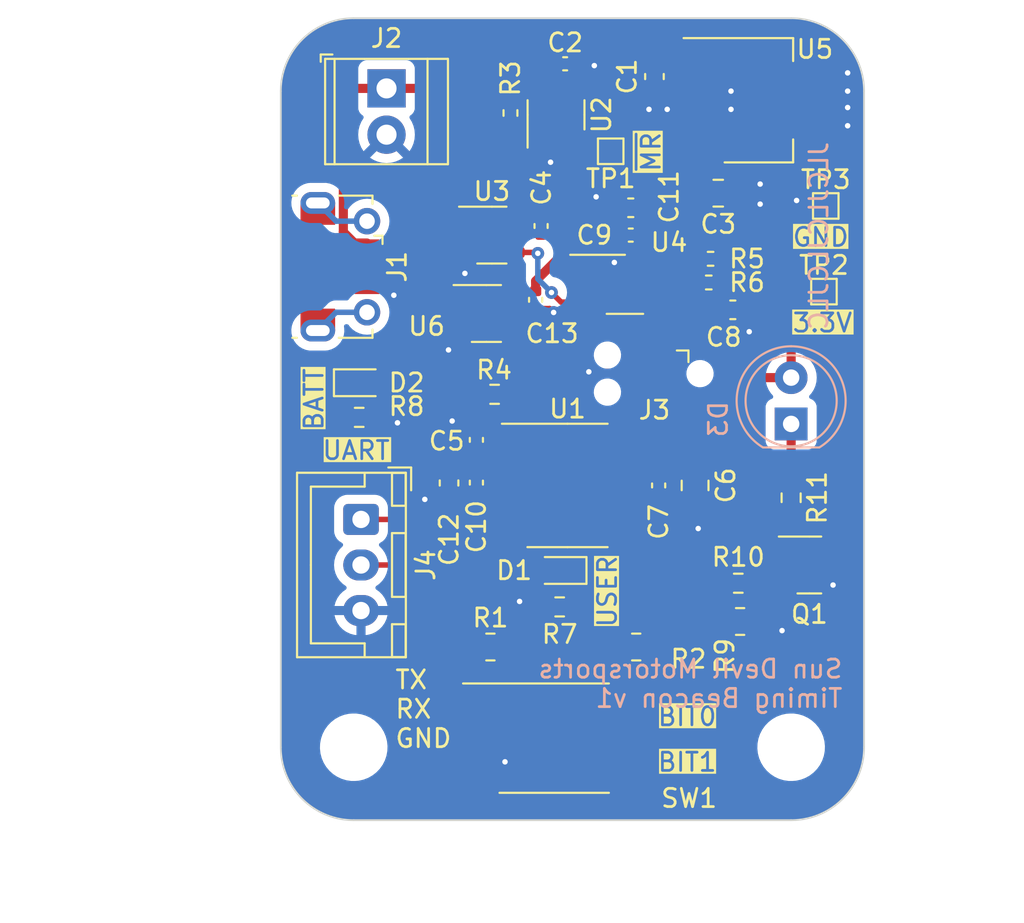
<source format=kicad_pcb>
(kicad_pcb (version 20221018) (generator pcbnew)
  (title_block (title "Lap Beacon") (date "2024-01-13") (rev "v1"))
  (layers (0 "F.Cu" signal) (31 "B.Cu" signal) (34 "B.Paste" user) (35 "F.Paste" user) (36 "B.SilkS" user "B.Silkscreen") (37 "F.SilkS" user "F.Silkscreen") (38 "B.Mask" user) (39 "F.Mask" user) (44 "Edge.Cuts" user))
  (net 0 "")
  (net 1 "Net-(D2-K)")
  (net 2 "+3.3V")
  (net 3 "/SWDIO")
  (net 4 "/NRST")
  (net 5 "/SWCLK")
  (net 6 "GND")
  (net 7 "/USART2_TX")
  (net 8 "/USART2_RX")
  (net 9 "Net-(Q1-D)")
  (net 10 "Net-(Q1-G)")
  (net 11 "/BIT1_SEL")
  (net 12 "/BIT0_SEL")
  (net 13 "/BOOT0")
  (net 16 "/USER_LED")
  (net 19 "/TIM22_CH2")
  (net 21 "+BATT")
  (net 22 "Net-(D1-K)")
  (net 26 "unconnected-(J1-Shield-Pad6)")
  (net 28 "/~{RESET}")
  (net 29 "Net-(U2-~{MR})")
  (net 32 "Net-(D3-K)")
  (net 34 "/TR")
  (net 35 "Net-(U4-DIS)")
  (net 36 "/Q")
  (net 37 "Net-(U4-R)")
  (net 39 "/BATT_LED")
  (footprint "Capacitor_SMD:C_0402_1005Metric" (layer "F.Cu") (at 151.2 104.9 180)
    (fp_text reference "C9")
    (fp_text value "100nF")
  )
  (footprint "Resistor_SMD:R_0603_1608Metric" (layer "F.Cu") (at 143.73 113.635 180)
    (fp_text reference "R4")
    (fp_text value "10k")
  )
  (footprint "MountingHole:MountingHole_3.2mm_M3" (layer "F.Cu") (at 136 133)
    (fp_text reference "H2" hide)
    (fp_text value "M3")
  )
  (footprint "Resistor_SMD:R_0603_1608Metric" (layer "F.Cu") (at 147.3 125.3 180)
    (fp_text reference "R7")
    (fp_text value "220")
  )
  (footprint "Library:2454985-3" (layer "F.Cu") (at 147 132.5 -90)
    (fp_text reference "SW1")
    (fp_text value "BIT_SEL" hide)
  )
  (footprint "Package_TO_SOT_SMD:SOT-23-5" (layer "F.Cu") (at 143.28 109.2)
    (fp_text reference "U6")
    (fp_text value "74AHC1G32")
  )
  (footprint "Package_SO:VSSOP-8_3.0x3.0mm_P0.65mm" (layer "F.Cu") (at 150.88 107.6)
    (fp_text reference "U4")
    (fp_text value "LMC555xMM")
  )
  (footprint "Connector:Tag-Connect_TC2030-IDC-NL_2x03_P1.27mm_Vertical" (layer "F.Cu") (at 152.46 112.5 180)
    (fp_text reference "J3")
    (fp_text value "TC2030-NL")
  )
  (footprint "Resistor_SMD:R_0805_2012Metric" (layer "F.Cu") (at 157.2 126.1 180)
    (fp_text reference "R9")
    (fp_text value "100k")
  )
  (footprint "Package_TO_SOT_SMD:SOT-23" (layer "F.Cu") (at 161 123)
    (fp_text reference "Q1")
    (fp_text value "IRLML6346TRPBF")
  )
  (footprint "Capacitor_SMD:C_0402_1005Metric" (layer "F.Cu") (at 147.6 95.5)
    (fp_text reference "C2")
    (fp_text value "100nF")
  )
  (footprint "Resistor_SMD:R_0603_1608Metric" (layer "F.Cu") (at 136.3 114.9)
    (fp_text reference "R8")
    (fp_text value "220")
  )
  (footprint "Resistor_SMD:R_0402_1005Metric" (layer "F.Cu") (at 155.48 107.5 180)
    (fp_text reference "R6")
    (fp_text value "10k")
  )
  (footprint "Package_TO_SOT_SMD:SOT-223-3_TabPin2" (layer "F.Cu") (at 158.2 97.5)
    (fp_text reference "U5")
    (fp_text value "MIC37100-3.3")
  )
  (footprint "MountingHole:MountingHole_3.2mm_M3" (layer "F.Cu") (at 160 133)
    (fp_text reference "H1" hide)
    (fp_text value "M3")
  )
  (footprint "LED_SMD:LED_0603_1608Metric" (layer "F.Cu") (at 147.285 123.3 180)
    (fp_text reference "D1")
    (fp_text value "RED")
  )
  (footprint "Capacitor_SMD:C_0402_1005Metric" (layer "F.Cu") (at 145.98 108.45 -90)
    (fp_text reference "C13")
    (fp_text value "100nF")
  )
  (footprint "Capacitor_SMD:C_0603_1608Metric" (layer "F.Cu") (at 156.8 109)
    (fp_text reference "C8")
    (fp_text value "20uF")
  )
  (footprint "Resistor_SMD:R_0603_1608Metric" (layer "F.Cu") (at 157.1 124)
    (fp_text reference "R10")
    (fp_text value "100")
  )
  (footprint "Package_SO:TSSOP-20_4.4x6.5mm_P0.65mm" (layer "F.Cu") (at 147.73 118.635)
    (fp_text reference "U1")
    (fp_text value "STM32L031F6P7")
  )
  (footprint "TestPoint:TestPoint_Pad_1.0x1.0mm" (layer "F.Cu") (at 161.9 103.3)
    (fp_text reference "TP3")
    (fp_text value "GND")
  )
  (footprint "Resistor_SMD:R_0603_1608Metric" (layer "F.Cu") (at 160 119.31 -90)
    (fp_text reference "R11")
    (fp_text value "24R / 250mW")
  )
  (footprint "Capacitor_SMD:C_0603_1608Metric" (layer "F.Cu") (at 141.23 118.5 -90)
    (fp_text reference "C12")
    (fp_text value "1uF")
  )
  (footprint "Capacitor_SMD:C_0603_1608Metric" (layer "F.Cu") (at 152.5 96.2 -90)
    (fp_text reference "C1")
    (fp_text value "1uF")
  )
  (footprint "Capacitor_SMD:C_0402_1005Metric" (layer "F.Cu") (at 152.73 118.635 -90)
    (fp_text reference "C7")
    (fp_text value "100nF")
  )
  (footprint "LED_SMD:LED_0603_1608Metric" (layer "F.Cu") (at 136.4 113)
    (fp_text reference "D2")
    (fp_text value "RED")
  )
  (footprint "Resistor_SMD:R_0402_1005Metric" (layer "F.Cu") (at 144.6 98.2 -90)
    (fp_text reference "R3")
    (fp_text value "10k")
  )
  (footprint "Capacitor_SMD:C_0402_1005Metric" (layer "F.Cu") (at 142.73 118.48 -90)
    (fp_text reference "C10")
    (fp_text value "100nF")
  )
  (footprint "TerminalBlock_TE-Connectivity:TerminalBlock_TE_282834-2_1x02_P2.54mm_Horizontal" (layer "F.Cu") (at 137.8 96.85 -90)
    (fp_text reference "J2")
    (fp_text value "BATTERY")
  )
  (footprint "Capacitor_SMD:C_0402_1005Metric" (layer "F.Cu") (at 146.28 104.4 -90)
    (fp_text reference "C4")
    (fp_text value "100nF")
  )
  (footprint "Resistor_SMD:R_0402_1005Metric" (layer "F.Cu") (at 155.58 106.2 180)
    (fp_text reference "R5")
    (fp_text value "10k")
  )
  (footprint "TestPoint:TestPoint_Pad_1.0x1.0mm" (layer "F.Cu") (at 150.1 100.3)
    (fp_text reference "TP1")
    (fp_text value "~{MR}")
  )
  (footprint "Capacitor_SMD:C_0402_1005Metric" (layer "F.Cu") (at 142.73 116.135 -90)
    (fp_text reference "C5")
    (fp_text value "100nF")
  )
  (footprint "Capacitor_SMD:C_0805_2012Metric" (layer "F.Cu") (at 154.73 118.635 -90)
    (fp_text reference "C6")
    (fp_text value "10uF")
  )
  (footprint "Capacitor_SMD:C_0603_1608Metric" (layer "F.Cu") (at 151.2 103.4 180)
    (fp_text reference "C11")
    (fp_text value "1uF")
  )
  (footprint "TestPoint:TestPoint_Pad_1.0x1.0mm" (layer "F.Cu") (at 161.8 108)
    (fp_text reference "TP2")
    (fp_text value "3.3V")
  )
  (footprint "Connector_JST:JST_XH_B3B-XH-A_1x03_P2.50mm_Vertical" (layer "F.Cu") (at 136.4 120.5 -90)
    (fp_text reference "J4")
    (fp_text value "UART")
  )
  (footprint "Capacitor_SMD:C_0805_2012Metric" (layer "F.Cu") (at 156 102.6)
    (fp_text reference "C3")
    (fp_text value "10uF")
  )
  (footprint "Resistor_SMD:R_0805_2012Metric" (layer "F.Cu") (at 151.5 127.5)
    (fp_text reference "R2")
    (fp_text value "10k")
  )
  (footprint "Resistor_SMD:R_0805_2012Metric" (layer "F.Cu") (at 143.5 127.5 180)
    (fp_text reference "R1")
    (fp_text value "10k")
  )
  (footprint "Package_TO_SOT_SMD:SOT-23-6" (layer "F.Cu") (at 147.1 98.3 90)
    (fp_text reference "U2")
    (fp_text value "TPS3808DBV")
  )
  (footprint "Package_TO_SOT_SMD:SOT-23-5" (layer "F.Cu") (at 143.58 104.9)
    (fp_text reference "U3")
    (fp_text value "SN74LVC1G14DBV")
  )
  (footprint "Connector_USB:USB_Micro-B_Molex-105017-0001" (layer "F.Cu") (at 135.2675 106.635 -90)
    (fp_text reference "J1")
    (fp_text value "USB")
  )
  (footprint "LED_THT:LED_D5.0mm_IRBlack" (layer "B.Cu") (at 160 115.26 90)
    (fp_text reference "D3")
    (fp_text value "TSAL6100")
  )
  (gr_arc (start 132 97) (mid 133.171573 94.171573) (end 136 93) (stroke (width 0.1)) (layer "Edge.Cuts"))
  (gr_line (start 132 133) (end 132 97) (stroke (width 0.1)) (layer "Edge.Cuts"))
  (gr_arc (start 136 137) (mid 133.171573 135.828427) (end 132 133) (stroke (width 0.1)) (layer "Edge.Cuts"))
  (gr_line (start 164 133) (end 164 97) (stroke (width 0.1)) (layer "Edge.Cuts"))
  (gr_line (start 160 93) (end 136 93) (stroke (width 0.1)) (layer "Edge.Cuts"))
  (gr_arc (start 160 93) (mid 162.828427 94.171573) (end 164 97) (stroke (width 0.1)) (layer "Edge.Cuts"))
  (gr_line (start 136 137) (end 160 137) (stroke (width 0.1)) (layer "Edge.Cuts"))
  (gr_arc (start 164 133) (mid 162.828427 135.828427) (end 160 137) (stroke (width 0.1)) (layer "Edge.Cuts"))
  (gr_text "Sun Devil Motorsports\nTiming Beacon v1" (at 162.9 130.9) (layer "B.SilkS") (effects (font (size 1 1)) (justify left bottom mirror)))
  (gr_text "JLCJLCJLCJLC" (at 162.1 99.7 90) (layer "B.SilkS") (effects (font (size 1 1)) (justify left bottom mirror)))
  (gr_text "UART" (at 134.2 117.3) (layer "F.SilkS" knockout) (effects (font (size 1 1)) (justify left bottom)))
  (gr_text "3.3V" (at 160 110.3) (layer "F.SilkS" knockout) (effects (font (size 1 1)) (justify left bottom)))
  (gr_text "BIT1\n" (at 152.6 134.4) (layer "F.SilkS" knockout) (effects (font (size 1 1)) (justify left bottom)))
  (gr_text "BATT" (at 134.4 115.7 90) (layer "F.SilkS" knockout) (effects (font (size 1 1)) (justify left bottom)))
  (gr_text "~{MR}" (at 152.9 101.5 90) (layer "F.SilkS" knockout) (effects (font (size 1 1)) (justify left bottom)))
  (gr_text "USER" (at 150.5 126.5 90) (layer "F.SilkS" knockout) (effects (font (size 1 1)) (justify left bottom)))
  (gr_text "TX\nRX\nGND" (at 138.2 133.1) (layer "F.SilkS") (effects (font (size 1 1)) (justify left bottom)))
  (gr_text "GND" (at 160 105.6) (layer "F.SilkS" knockout) (effects (font (size 1 1)) (justify left bottom)))
  (gr_text "BIT0" (at 152.6 131.9) (layer "F.SilkS" knockout) (effects (font (size 1 1)) (justify left bottom)))
  (segment (start 135.6125 113.7875) (end 135.475 113.925) (width 0.3) (layer "F.Cu") (net 1))
  (segment (start 135.6125 113) (end 135.6125 113.7875) (width 0.3) (layer "F.Cu") (net 1))
  (segment (start 135.475 113.925) (end 135.475 114.9) (width 0.3) (layer "F.Cu") (net 1))
  (segment (start 151.59 118.31) (end 151.745 118.155) (width 0.3) (layer "F.Cu") (net 2))
  (segment (start 142 118) (end 142.73 118) (width 0.5) (layer "F.Cu") (net 2))
  (segment (start 144.8675 118.31) (end 143.71 118.31) (width 0.3) (layer "F.Cu") (net 2))
  (segment (start 144.4125 127.5) (end 144.6125 127.7) (width 0.5) (layer "F.Cu") (net 2))
  (segment (start 150.5925 118.31) (end 151.59 118.31) (width 0.3) (layer "F.Cu") (net 2))
  (segment (start 141.23 117.725) (end 141.725 117.725) (width 0.5) (layer "F.Cu") (net 2))
  (segment (start 159 110.7) (end 160 110.7) (width 0.5) (layer "F.Cu") (net 2))
  (segment (start 161.8 108) (end 160 108) (width 0.5) (layer "F.Cu") (net 2))
  (segment (start 148.5 118.31) (end 150.5925 118.31) (width 0.3) (layer "F.Cu") (net 2))
  (segment (start 143.4 118) (end 142.73 118) (width 0.3) (layer "F.Cu") (net 2))
  (segment (start 144.8675 118.31) (end 147.7 118.31) (width 0.3) (layer "F.Cu") (net 2))
  (segment (start 150.5875 125.5875) (end 150.5875 127.5) (width 0.3) (layer "F.Cu") (net 2))
  (segment (start 160 107.6) (end 160 108) (width 0.5) (layer "F.Cu") (net 2))
  (segment (start 154.73 117.685) (end 154.73 115.67) (width 0.5) (layer "F.Cu") (net 2))
  (segment (start 141.725 117.725) (end 142 118) (width 0.5) (layer "F.Cu") (net 2))
  (segment (start 155.4 104.4) (end 156.8 104.4) (width 0.5) (layer "F.Cu") (net 2))
  (segment (start 158.3 112.72) (end 160 112.72) (width 0.5) (layer "F.Cu") (net 2))
  (segment (start 151.745 118.155) (end 152.73 118.155) (width 0.3) (layer "F.Cu") (net 2))
  (segment (start 147.7 118.31) (end 148.5 118.31) (width 0.3) (layer "F.Cu") (net 2))
  (segment (start 154.015 117.685) (end 153.545 118.155) (width 0.5) (layer "F.Cu") (net 2))
  (segment (start 144.6125 127.7) (end 147.7 127.7) (width 0.5) (layer "F.Cu") (net 2))
  (segment (start 157.68 112.72) (end 158.3 112.72) (width 0.5) (layer "F.Cu") (net 2))
  (segment (start 150.3875 127.7) (end 150.5875 127.5) (width 0.5) (layer "F.Cu") (net 2))
  (segment (start 154.095 111.5) (end 158.2 111.5) (width 0.5) (layer "F.Cu") (net 2))
  (segment (start 155.05 102.6) (end 155.05 104.05) (width 0.5) (layer "F.Cu") (net 2))
  (segment (start 160 110.7) (end 160 112.72) (width 0.5) (layer "F.Cu") (net 2))
  (segment (start 155.05 104.05) (end 155.4 104.4) (width 0.5) (layer "F.Cu") (net 2))
  (segment (start 149.7 122.8) (end 149.7 124.7) (width 0.3) (layer "F.Cu") (net 2))
  (segment (start 154.73 117.685) (end 154.015 117.685) (width 0.5) (layer "F.Cu") (net 2))
  (segment (start 153.73 111.865) (end 154.095 111.5) (width 0.5) (layer "F.Cu") (net 2))
  (segment (start 148.8 118.31) (end 148.8 121.9) (width 0.3) (layer "F.Cu") (net 2))
  (segment (start 149.7 124.7) (end 150.5875 125.5875) (width 0.3) (layer "F.Cu") (net 2))
  (segment (start 148.8 121.9) (end 149.7 122.8) (width 0.3) (layer "F.Cu") (net 2))
  (segment (start 154.73 115.67) (end 157.68 112.72) (width 0.5) (layer "F.Cu") (net 2))
  (segment (start 153.545 118.155) (end 152.73 118.155) (width 0.5) (layer "F.Cu") (net 2))
  (segment (start 160 108) (end 160 110.7) (width 0.5) (layer "F.Cu") (net 2))
  (segment (start 156.8 104.4) (end 160 107.6) (width 0.5) (layer "F.Cu") (net 2))
  (segment (start 143.71 118.31) (end 143.4 118) (width 0.3) (layer "F.Cu") (net 2))
  (segment (start 147.7 127.7) (end 150.3875 127.7) (width 0.5) (layer "F.Cu") (net 2))
  (segment (start 158.2 111.5) (end 159 110.7) (width 0.5) (layer "F.Cu") (net 2))
  (segment (start 153.73 113.135) (end 153.73 115.07) (width 0.3) (layer "F.Cu") (net 3))
  (segment (start 152.44 116.36) (end 150.5925 116.36) (width 0.3) (layer "F.Cu") (net 3))
  (segment (start 153.73 115.07) (end 152.44 116.36) (width 0.3) (layer "F.Cu") (net 3))
  (segment (start 146.5 114.2) (end 146.5 117.1) (width 0.3) (layer "F.Cu") (net 4))
  (segment (start 143.86 117.66) (end 142.815 116.615) (width 0.3) (layer "F.Cu") (net 4))
  (segment (start 145.94 117.66) (end 144.8675 117.66) (width 0.3) (layer "F.Cu") (net 4))
  (segment (start 149.3 110.5) (end 146.5 113.3) (width 0.3) (layer "F.Cu") (net 4))
  (segment (start 146.5 113.3) (end 146.5 114.2) (width 0.3) (layer "F.Cu") (net 4))
  (segment (start 146.5 117.1) (end 145.94 117.66) (width 0.3) (layer "F.Cu") (net 4))
  (segment (start 151.095 110.5) (end 149.3 110.5) (width 0.3) (layer "F.Cu") (net 4))
  (segment (start 152.46 111.865) (end 151.095 110.5) (width 0.3) (layer "F.Cu") (net 4))
  (segment (start 142.815 116.615) (end 142.73 116.615) (width 0.3) (layer "F.Cu") (net 4))
  (segment (start 144.8675 117.66) (end 143.86 117.66) (width 0.3) (layer "F.Cu") (net 4))
  (segment (start 150.5925 115.71) (end 151.49 115.71) (width 0.3) (layer "F.Cu") (net 5))
  (segment (start 151.49 115.71) (end 152.46 114.74) (width 0.3) (layer "F.Cu") (net 5))
  (segment (start 152.46 114.74) (end 152.46 113.135) (width 0.3) (layer "F.Cu") (net 5))
  (segment (start 146.28 104.88) (end 144.22 104.88) (width 0.3) (layer "F.Cu") (net 6))
  (segment (start 150.5925 118.96) (end 151.76 118.96) (width 0.3) (layer "F.Cu") (net 6))
  (segment (start 146.475 125.3) (end 145.4 125.3) (width 0.5) (layer "F.Cu") (net 6))
  (segment (start 142.73 114.97) (end 142.8175 114.8825) (width 0.5) (layer "F.Cu") (net 6))
  (segment (start 151.19 111.865) (end 150.5757 112.4793) (width 0.5) (layer "F.Cu") (net 6))
  (segment (start 149.9 103.4) (end 149.3 102.8) (width 0.5) (layer "F.Cu") (net 6))
  (segment (start 154.73 120.83) (end 154.9 121) (width 0.5) (layer "F.Cu") (net 6))
  (segment (start 153.685 119.585) (end 154.73 119.585) (width 0.5) (layer "F.Cu") (net 6))
  (segment (start 150.425 103.4) (end 150.425 104.025) (width 0.5) (layer "F.Cu") (net 6))
  (segment (start 148.68 106.625) (end 150.075 106.625) (width 0.3) (layer "F.Cu") (net 6))
  (segment (start 148.9793 112.4793) (end 148.9 112.4) (width 0.5) (layer "F.Cu") (net 6))
  (segment (start 150.425 104.025) (end 150.72 104.32) (width 0.5) (layer "F.Cu") (net 6))
  (segment (start 142.55 133.77) (end 144.27 133.77) (width 0.5) (layer "F.Cu") (net 6))
  (segment (start 136.73 107.935) (end 137.935 107.935) (width 0.3) (layer "F.Cu") (net 6))
  (segment (start 137.935 107.935) (end 138.2 108.2) (width 0.3) (layer "F.Cu") (net 6))
  (segment (start 142.55 133.77) (end 142.55 131.23) (width 0.5) (layer "F.Cu") (net 6))
  (segment (start 157.575 110.075) (end 157.7 110.2) (width 0.5) (layer "F.Cu") (net 6))
  (segment (start 159 126.1) (end 159.5 126.6) (width 0.3) (layer "F.Cu") (net 6))
  (segment (start 145.98 108.93) (end 146.754217 108.93) (width 0.3) (layer "F.Cu") (net 6))
  (segment (start 142.14 118.96) (end 142.73 118.96) (width 0.5) (layer "F.Cu") (net 6))
  (segment (start 149.1 95.5) (end 149.2 95.6) (width 0.5) (layer "F.Cu") (net 6))
  (segment (start 142.1425 110.15) (end 142.1425 110.2575) (width 0.5) (layer "F.Cu") (net 6))
  (segment (start 161.9375 123) (end 161.9375 123.7375) (width 0.5) (layer "F.Cu") (net 6))
  (segment (start 150.425 103.4) (end 149.9 103.4) (width 0.5) (layer "F.Cu") (net 6))
  (segment (start 158.1125 126.1) (end 159 126.1) (width 0.3) (layer "F.Cu") (net 6))
  (segment (start 142.1425 110.2575) (end 141.2 111.2) (width 0.5) (layer "F.Cu") (net 6))
  (segment (start 137.125 114.9) (end 138.1 114.9) (width 0.5) (layer "F.Cu") (net 6))
  (segment (start 141.955 115.655) (end 141.4 115.1) (width 0.5) (layer "F.Cu") (net 6))
  (segment (start 151.915 119.115) (end 152.73 119.115) (width 0.3) (layer "F.Cu") (net 6))
  (segment (start 147.1 99.4375) (end 147.1 100.6) (width 0.5) (layer "F.Cu") (net 6))
  (segment (start 157.575 109) (end 157.575 110.075) (width 0.5) (layer "F.Cu") (net 6))
  (segment (start 150.075 106.625) (end 150.3 106.4) (width 0.3) (layer "F.Cu") (net 6))
  (segment (start 151.76 118.96) (end 151.915 119.115) (width 0.3) (layer "F.Cu") (net 6))
  (segment (start 152.73 119.115) (end 153.215 119.115) (width 0.5) (layer "F.Cu") (net 6))
  (segment (start 141.825 119.275) (end 142.14 118.96) (width 0.5) (layer "F.Cu") (net 6))
  (segment (start 140.025 119.275) (end 139.9 119.4) (width 0.5) (layer "F.Cu") (net 6))
  (segment (start 141.23 119.275) (end 141.825 119.275) (width 0.5) (layer "F.Cu") (net 6))
  (segment (start 142.73 115.655) (end 141.955 115.655) (width 0.5) (layer "F.Cu") (net 6))
  (segment (start 142.4425 106.6575) (end 142.1 107) (width 0.5) (layer "F.Cu") (net 6))
  (segment (start 144.22 104.88) (end 143.25 105.85) (width 0.3) (layer "F.Cu") (net 6))
  (segment (start 160.6 103.3) (end 160.3 103) (width 0.5) (layer "F.Cu") (net 6))
  (segment (start 138.1 114.9) (end 138.4 115.2) (width 0.5) (layer "F.Cu") (net 6))
  (segment (start 153.215 119.115) (end 153.685 119.585) (width 0.5) (layer "F.Cu") (net 6))
  (segment (start 147.1 100.6) (end 146.8 100.9) (width 0.5) (layer "F.Cu") (net 6))
  (segment (start 148.08 95.5) (end 149.1 95.5) (width 0.5) (layer "F.Cu") (net 6))
  (segment (start 141.23 119.275) (end 140.025 119.275) (width 0.5) (layer "F.Cu") (net 6))
  (segment (start 150.5757 112.4793) (end 148.9793 112.4793) (width 0.5) (layer "F.Cu") (net 6))
  (segment (start 142.8175 114.8825) (end 142.8175 113.635) (width 0.5) (layer "F.Cu") (net 6))
  (segment (start 150.72 104.32) (end 150.72 104.9) (width 0.5) (layer "F.Cu") (net 6))
  (segment (start 144.27 133.77) (end 144.3 133.8) (width 0.5) (layer "F.Cu") (net 6))
  (segment (start 146.754217 108.93) (end 146.968424 109.144207) (width 0.3) (layer "F.Cu") (net 6))
  (segment (start 142.73 115.655) (end 142.73 114.97) (width 0.5) (layer "F.Cu") (net 6))
  (segment (start 161.9 103.3) (end 160.6 103.3) (width 0.5) (layer "F.Cu") (net 6))
  (segment (start 154.73 119.585) (end 154.73 120.83) (width 0.5) (layer "F.Cu") (net 6))
  (segment (start 142.4425 105.85) (end 142.4425 106.6575) (width 0.5) (layer "F.Cu") (net 6))
  (segment (start 145.4 125.3) (end 145.1 125) (width 0.5) (layer "F.Cu") (net 6))
  (segment (start 143.25 105.85) (end 142.4425 105.85) (width 0.3) (layer "F.Cu") (net 6))
  (segment (start 161.9375 123.7375) (end 162.3 124.1) (width 0.5) (layer "F.Cu") (net 6))
  (via (at 163.1 97) (size 0.7) (drill 0.3) (layers "F.Cu" "B.Cu") (net 6))
  (via (at 144.3 133.8) (size 0.7) (drill 0.3) (layers "F.Cu" "B.Cu") (net 6))
  (via (at 158.3 103.2) (size 0.7) (drill 0.3) (layers "F.Cu" "B.Cu") (net 6))
  (via (at 162.3 124.1) (size 0.7) (drill 0.3) (layers "F.Cu" "B.Cu") (net 6))
  (via (at 163.1 97.9) (size 0.7) (drill 0.3) (layers "F.Cu" "B.Cu") (net 6))
  (via (at 159.5 126.6) (size 0.7) (drill 0.3) (layers "F.Cu" "B.Cu") (net 6))
  (via (at 148.9 112.4) (size 0.7) (drill 0.3) (layers "F.Cu" "B.Cu") (net 6))
  (via (at 150.3 106.4) (size 0.7) (drill 0.3) (layers "F.Cu" "B.Cu") (net 6))
  (via (at 156.7 98) (size 0.7) (drill 0.3) (layers "F.Cu" "B.Cu") (net 6))
  (via (at 146.8 100.9) (size 0.7) (drill 0.3) (layers "F.Cu" "B.Cu") (net 6))
  (via (at 157.7 110.2) (size 0.7) (drill 0.3) (layers "F.Cu" "B.Cu") (net 6))
  (via (at 149.3 102.8) (size 0.7) (drill 0.3) (layers "F.Cu" "B.Cu") (net 6))
  (via (at 146.968424 109.144207) (size 0.7) (drill 0.3) (layers "F.Cu" "B.Cu") (net 6))
  (via (at 142.1 107) (size 0.7) (drill 0.3) (layers "F.Cu" "B.Cu") (net 6))
  (via (at 153.2 98) (size 0.7) (drill 0.3) (layers "F.Cu" "B.Cu") (net 6))
  (via (at 154.9 121) (size 0.7) (drill 0.3) (layers "F.Cu" "B.Cu") (net 6))
  (via (at 141.2 111.2) (size 0.7) (drill 0.3) (layers "F.Cu" "B.Cu") (net 6))
  (via (at 163.1 96) (size 0.7) (drill 0.3) (layers "F.Cu" "B.Cu") (net 6))
  (via (at 158.3 102.1) (size 0.7) (drill 0.3) (layers "F.Cu" "B.Cu") (net 6))
  (via (at 156.7 97) (size 0.7) (drill 0.3) (layers "F.Cu" "B.Cu") (net 6))
  (via (at 163.1 98.9) (size 0.7) (drill 0.3) (layers "F.Cu" "B.Cu") (net 6))
  (via (at 149.2 95.6) (size 0.7) (drill 0.3) (layers "F.Cu" "B.Cu") (net 6))
  (via (at 141.4 115.1) (size 0.7) (drill 0.3) (layers "F.Cu" "B.Cu") (net 6))
  (via (at 138.4 115.2) (size 0.7) (drill 0.3) (layers "F.Cu" "B.Cu") (net 6))
  (via (at 160.3 103) (size 0.7) (drill 0.3) (layers "F.Cu" "B.Cu") (net 6))
  (via (at 139.9 119.4) (size 0.7) (drill 0.3) (layers "F.Cu" "B.Cu") (net 6))
  (via (at 145.1 125) (size 0.7) (drill 0.3) (layers "F.Cu" "B.Cu") (net 6))
  (via (at 138.2 108.2) (size 0.7) (drill 0.3) (layers "F.Cu" "B.Cu") (net 6))
  (via (at 152.2 98) (size 0.7) (drill 0.3) (layers "F.Cu" "B.Cu") (net 6))
  (segment (start 139.84 120.26) (end 139.6 120.5) (width 0.3) (layer "F.Cu") (net 7))
  (segment (start 144.8675 120.26) (end 139.84 120.26) (width 0.3) (layer "F.Cu") (net 7))
  (segment (start 139.6 120.5) (end 136.4 120.5) (width 0.3) (layer "F.Cu") (net 7))
  (segment (start 141.5 123) (end 136.4 123) (width 0.3) (layer "F.Cu") (net 8))
  (segment (start 143.59 120.91) (end 141.5 123) (width 0.3) (layer "F.Cu") (net 8))
  (segment (start 144.8675 120.91) (end 143.59 120.91) (width 0.3) (layer "F.Cu") (net 8))
  (segment (start 160 120.135) (end 160 121.9875) (width 0.5) (layer "F.Cu") (net 9))
  (segment (start 160 121.9875) (end 160.0625 122.05) (width 0.5) (layer "F.Cu") (net 9))
  (segment (start 157.925 124) (end 160.0125 124) (width 0.3) (layer "F.Cu") (net 10))
  (segment (start 160.0125 124) (end 160.0625 123.95) (width 0.3) (layer "F.Cu") (net 10))
  (segment (start 152.4125 124.8125) (end 152.4125 127.5) (width 0.3) (layer "F.Cu") (net 11))
  (segment (start 152.93 133.77) (end 151.45 133.77) (width 0.3) (layer "F.Cu") (net 11))
  (segment (start 150.5925 122.9925) (end 152.4125 124.8125) (width 0.3) (layer "F.Cu") (net 11))
  (segment (start 153.5 133.2) (end 152.93 133.77) (width 0.3) (layer "F.Cu") (net 11))
  (segment (start 150.5925 121.56) (end 150.5925 122.9925) (width 0.3) (layer "F.Cu") (net 11))
  (segment (start 152.4125 127.5) (end 152.4125 128.4125) (width 0.3) (layer "F.Cu") (net 11))
  (segment (start 153.5 129.5) (end 153.5 133.2) (width 0.3) (layer "F.Cu") (net 11))
  (segment (start 152.4125 128.4125) (end 153.5 129.5) (width 0.3) (layer "F.Cu") (net 11))
  (segment (start 143.7 129.9) (end 146.1 129.9) (width 0.3) (layer "F.Cu") (net 12))
  (segment (start 144.8675 121.56) (end 144.8675 123.1325) (width 0.3) (layer "F.Cu") (net 12))
  (segment (start 142.5875 125.4125) (end 142.5875 127.5) (width 0.3) (layer "F.Cu") (net 12))
  (segment (start 147.43 131.23) (end 151.45 131.23) (width 0.3) (layer "F.Cu") (net 12))
  (segment (start 144.8675 123.1325) (end 142.5875 125.4125) (width 0.3) (layer "F.Cu") (net 12))
  (segment (start 142.5875 127.5) (end 142.5875 128.7875) (width 0.3) (layer "F.Cu") (net 12))
  (segment (start 142.5875 128.7875) (end 143.7 129.9) (width 0.3) (layer "F.Cu") (net 12))
  (segment (start 146.1 129.9) (end 147.43 131.23) (width 0.3) (layer "F.Cu") (net 12))
  (segment (start 144.8675 115.1675) (end 144.6425 114.9425) (width 0.3) (layer "F.Cu") (net 13))
  (segment (start 144.6425 114.9425) (end 144.6425 113.635) (width 0.3) (layer "F.Cu") (net 13))
  (segment (start 144.8675 115.71) (end 144.8675 115.1675) (width 0.3) (layer "F.Cu") (net 13))
  (segment (start 146.4975 123.3) (end 146.4975 119.6975) (width 0.3) (layer "F.Cu") (net 16))
  (segment (start 145.76 118.96) (end 144.8675 118.96) (width 0.3) (layer "F.Cu") (net 16))
  (segment (start 146.4975 119.6975) (end 145.76 118.96) (width 0.3) (layer "F.Cu") (net 16))
  (segment (start 156.275 124) (end 156.275 126.0875) (width 0.3) (layer "F.Cu") (net 19))
  (segment (start 150.5925 120.26) (end 152.06 120.26) (width 0.3) (layer "F.Cu") (net 19))
  (segment (start 152.06 120.26) (end 155.8 124) (width 0.3) (layer "F.Cu") (net 19))
  (segment (start 155.8 124) (end 156.275 124) (width 0.3) (layer "F.Cu") (net 19))
  (segment (start 156.275 126.0875) (end 156.2875 126.1) (width 0.3) (layer "F.Cu") (net 19))
  (segment (start 151.1 98.5) (end 151.975 99.375) (width 0.5) (layer "F.Cu") (net 21))
  (segment (start 146.28 103.92) (end 147.02 103.92) (width 0.5) (layer "F.Cu") (net 21))
  (segment (start 153.08 106.625) (end 152.125 106.625) (width 0.3) (layer "F.Cu") (net 21))
  (segment (start 144.6 97.69) (end 144.81 97.69) (width 0.5) (layer "F.Cu") (net 21))
  (segment (start 151.68 106.18) (end 151.68 104.9) (width 0.3) (layer "F.Cu") (net 21))
  (segment (start 144.4175 108.25) (end 145.05 108.25) (width 0.3) (layer "F.Cu") (net 21))
  (segment (start 147.12 95.5) (end 147.12 94.78) (width 0.5) (layer "F.Cu") (net 21))
  (segment (start 151.68 104.22) (end 151.68 104.9) (width 0.5) (layer "F.Cu") (net 21))
  (segment (start 136.05 96.85) (end 137.8 96.85) (width 0.5) (layer "F.Cu") (net 21))
  (segment (start 141.05 96.85) (end 141.89 97.69) (width 0.5) (layer "F.Cu") (net 21))
  (segment (start 147.1 101.9) (end 146.28 102.72) (width 0.5) (layer "F.Cu") (net 21))
  (segment (start 147.1 95.52) (end 147.12 95.5) (width 0.5) (layer "F.Cu") (net 21))
  (segment (start 145.3375 97.1625) (end 146.15 97.1625) (width 0.5) (layer "F.Cu") (net 21))
  (segment (start 145.05 108.25) (end 145.33 107.97) (width 0.3) (layer "F.Cu") (net 21))
  (segment (start 147.4 106) (end 145.98 107.42) (width 0.5) (layer "F.Cu") (net 21))
  (segment (start 154.4 106.2) (end 155.07 106.2) (width 0.3) (layer "F.Cu") (net 21))
  (segment (start 151.975 99.375) (end 151.975 101.9) (width 0.5) (layer "F.Cu") (net 21))
  (segment (start 141.89 97.69) (end 144.6 97.69) (width 0.5) (layer "F.Cu") (net 21))
  (segment (start 146.15 97.1625) (end 147.1 97.1625) (width 0.5) (layer "F.Cu") (net 21))
  (segment (start 136.73 105.335) (end 136.035 105.335) (width 0.5) (layer "F.Cu") (net 21))
  (segment (start 135.43 97.47) (end 136.05 96.85) (width 0.5) (layer "F.Cu") (net 21))
  (segment (start 146.28 102.72) (end 146.28 103.92) (width 0.5) (layer "F.Cu") (net 21))
  (segment (start 150.825 95.425) (end 151.1 95.425) (width 0.5) (layer "F.Cu") (net 21))
  (segment (start 147.02 103.92) (end 147.4 104.3) (width 0.5) (layer "F.Cu") (net 21))
  (segment (start 144.81 97.69) (end 145.3375 97.1625) (width 0.5) (layer "F.Cu") (net 21))
  (segment (start 151.975 103.4) (end 151.975 103.925) (width 0.5) (layer "F.Cu") (net 21))
  (segment (start 151.975 101.9) (end 147.1 101.9) (width 0.5) (layer "F.Cu") (net 21))
  (segment (start 144.7175 103.95) (end 146.25 103.95) (width 0.5) (layer "F.Cu") (net 21))
  (segment (start 146.25 103.95) (end 146.28 103.92) (width 0.5) (layer "F.Cu") (net 21))
  (segment (start 147.1 97.1625) (end 147.1 95.52) (width 0.5) (layer "F.Cu") (net 21))
  (segment (start 137.8 96.85) (end 141.05 96.85) (width 0.5) (layer "F.Cu") (net 21))
  (segment (start 151.975 101.9) (end 151.975 103.4) (width 0.5) (layer "F.Cu") (net 21))
  (segment (start 151.1 95.425) (end 151.1 98.5) (width 0.5) (layer "F.Cu") (net 21))
  (segment (start 152.125 106.625) (end 151.68 106.18) (width 0.3) (layer "F.Cu") (net 21))
  (segment (start 145.33 107.97) (end 145.98 107.97) (width 0.3) (layer "F.Cu") (net 21))
  (segment (start 151.975 103.925) (end 151.68 104.22) (width 0.5) (layer "F.Cu") (net 21))
  (segment (start 149.8 94.4) (end 150.825 95.425) (width 0.5) (layer "F.Cu") (net 21))
  (segment (start 147.4 104.3) (end 147.4 106) (width 0.5) (layer "F.Cu") (net 21))
  (segment (start 135.43 104.73) (end 135.43 97.47) (width 0.5) (layer "F.Cu") (net 21))
  (segment (start 147.12 94.78) (end 147.5 94.4) (width 0.5) (layer "F.Cu") (net 21))
  (segment (start 147.5 94.4) (end 149.8 94.4) (width 0.5) (layer "F.Cu") (net 21))
  (segment (start 136.035 105.335) (end 135.43 104.73) (width 0.5) (layer "F.Cu") (net 21))
  (segment (start 153.08 106.625) (end 153.975 106.625) (width 0.3) (layer "F.Cu") (net 21))
  (segment (start 145.98 107.42) (end 145.98 107.97) (width 0.5) (layer "F.Cu") (net 21))
  (segment (start 153.975 106.625) (end 154.4 106.2) (width 0.3) (layer "F.Cu") (net 21))
  (segment (start 151.1 95.425) (end 152.5 95.425) (width 0.5) (layer "F.Cu") (net 21))
  (segment (start 148.125 125.3) (end 148.125 123.3525) (width 0.3) (layer "F.Cu") (net 22))
  (segment (start 148.125 123.3525) (end 148.0725 123.3) (width 0.3) (layer "F.Cu") (net 22))
  (segment (start 134.03 107.635) (end 134.03 109.535) (width 0.3) (layer "F.Cu") (net 26))
  (segment (start 134.03 105.635) (end 134.03 107.635) (width 0.3) (layer "F.Cu") (net 26))
  (segment (start 134.03 103.735) (end 134.03 105.635) (width 0.3) (layer "F.Cu") (net 26))
  (segment (start 135.03 109.135) (end 134.03 110.135) (width 0.3) (layer "B.Cu") (net 26))
  (segment (start 136.73 104.135) (end 135.03 104.135) (width 0.3) (layer "B.Cu") (net 26))
  (segment (start 135.03 104.135) (end 134.03 103.135) (width 0.3) (layer "B.Cu") (net 26))
  (segment (start 136.73 109.135) (end 135.03 109.135) (width 0.3) (layer "B.Cu") (net 26))
  (segment (start 146.15 99.4375) (end 145.8375 99.4375) (width 0.3) (layer "F.Cu") (net 28))
  (segment (start 140.8 105.6) (end 141.5 104.9) (width 0.3) (layer "F.Cu") (net 28))
  (segment (start 140.8 108.9) (end 140.8 105.6) (width 0.3) (layer "F.Cu") (net 28))
  (segment (start 145.8375 99.4375) (end 145.11 98.71) (width 0.3) (layer "F.Cu") (net 28))
  (segment (start 144.09 98.71) (end 143.6 99.2) (width 0.3) (layer "F.Cu") (net 28))
  (segment (start 142.1425 109.2) (end 141.1 109.2) (width 0.3) (layer "F.Cu") (net 28))
  (segment (start 143.6 104.3) (end 143 104.9) (width 0.3) (layer "F.Cu") (net 28))
  (segment (start 143 104.9) (end 142.4425 104.9) (width 0.3) (layer "F.Cu") (net 28))
  (segment (start 141.5 104.9) (end 142.4425 104.9) (width 0.3) (layer "F.Cu") (net 28))
  (segment (start 141.1 109.2) (end 140.8 108.9) (width 0.3) (layer "F.Cu") (net 28))
  (segment (start 145.11 98.71) (end 144.6 98.71) (width 0.3) (layer "F.Cu") (net 28))
  (segment (start 143.6 99.2) (end 143.6 104.3) (width 0.3) (layer "F.Cu") (net 28))
  (segment (start 144.6 98.71) (end 144.09 98.71) (width 0.3) (layer "F.Cu") (net 28))
  (segment (start 148.05 99.4375) (end 148.5375 99.4375) (width 0.3) (layer "F.Cu") (net 29))
  (segment (start 149.4 100.3) (end 150.1 100.3) (width 0.3) (layer "F.Cu") (net 29))
  (segment (start 148.5375 99.4375) (end 149.4 100.3) (width 0.3) (layer "F.Cu") (net 29))
  (segment (start 160 115.26) (end 160 118.485) (width 0.5) (layer "F.Cu") (net 32))
  (segment (start 150.475 107.275) (end 151.125 107.925) (width 0.3) (layer "F.Cu") (net 34))
  (segment (start 156.025 107.535) (end 155.99 107.5) (width 0.3) (layer "F.Cu") (net 34))
  (segment (start 154.949976 109) (end 156.025 109) (width 0.3) (layer "F.Cu") (net 34))
  (segment (start 153.874976 107.925) (end 154.949976 109) (width 0.3) (layer "F.Cu") (net 34))
  (segment (start 148.68 107.275) (end 150.475 107.275) (width 0.3) (layer "F.Cu") (net 34))
  (segment (start 153.08 107.925) (end 153.874976 107.925) (width 0.3) (layer "F.Cu") (net 34))
  (segment (start 156.025 109) (end 156.025 107.535) (width 0.3) (layer "F.Cu") (net 34))
  (segment (start 151.125 107.925) (end 153.08 107.925) (width 0.3) (layer "F.Cu") (net 34))
  (segment (start 154.4 107.5) (end 154.175 107.275) (width 0.3) (layer "F.Cu") (net 35))
  (segment (start 154.175 107.275) (end 153.08 107.275) (width 0.3) (layer "F.Cu") (net 35))
  (segment (start 154.97 107.32) (end 156.09 106.2) (width 0.3) (layer "F.Cu") (net 35))
  (segment (start 154.97 107.5) (end 154.97 107.32) (width 0.3) (layer "F.Cu") (net 35))
  (segment (start 154.97 107.5) (end 154.4 107.5) (width 0.3) (layer "F.Cu") (net 35))
  (segment (start 149.2 109.9) (end 150.3 108.8) (width 0.3) (layer "F.Cu") (net 36))
  (segment (start 145 109.2) (end 145.7 109.9) (width 0.3) (layer "F.Cu") (net 36))
  (segment (start 149.925 107.925) (end 148.68 107.925) (width 0.3) (layer "F.Cu") (net 36))
  (segment (start 150.3 108.8) (end 150.3 108.3) (width 0.3) (layer "F.Cu") (net 36))
  (segment (start 145.7 109.9) (end 149.2 109.9) (width 0.3) (layer "F.Cu") (net 36))
  (segment (start 142.95 108.25) (end 143.9 109.2) (width 0.3) (layer "F.Cu") (net 36))
  (segment (start 142.1425 108.25) (end 142.95 108.25) (width 0.3) (layer "F.Cu") (net 36))
  (segment (start 150.3 108.3) (end 149.925 107.925) (width 0.3) (layer "F.Cu") (net 36))
  (segment (start 143.9 109.2) (end 145 109.2) (width 0.3) (layer "F.Cu") (net 36))
  (segment (start 144.7175 105.85) (end 146.05 105.85) (width 0.3) (layer "F.Cu") (net 37))
  (segment (start 146.85 108.05) (end 147.375 108.575) (width 0.3) (layer "F.Cu") (net 37))
  (segment (start 146.05 105.85) (end 146.1 105.9) (width 0.3) (layer "F.Cu") (net 37))
  (segment (start 147.375 108.575) (end 148.68 108.575) (width 0.3) (layer "F.Cu") (net 37))
  (via (at 146.1 105.9) (size 0.7) (drill 0.3) (layers "F.Cu" "B.Cu") (net 37))
  (via (at 146.85 108.05) (size 0.7) (drill 0.3) (layers "F.Cu" "B.Cu") (net 37))
  (segment (start 146.85 108.05) (end 146.1 107.3) (width 0.3) (layer "B.Cu") (net 37))
  (segment (start 146.1 107.3) (end 146.1 105.9) (width 0.3) (layer "B.Cu") (net 37))
  (segment (start 143.75 110.15) (end 140.9 113) (width 0.3) (layer "F.Cu") (net 39))
  (segment (start 140.9 113) (end 137.1875 113) (width 0.3) (layer "F.Cu") (net 39))
  (segment (start 144.4175 110.15) (end 143.75 110.15) (width 0.3) (layer "F.Cu") (net 39))
  (zone (net 21) (net_name "+BATT") (layer "F.Cu") (priority 2) (connect_pads yes (clearance 0.25)) (min_thickness 0.25) (fill yes (thermal_gap 0.5) (thermal_bridge_width 0.5) (smoothing fillet) (radius 0.5))
    (polygon (pts (xy 156.2 96.1) (xy 156.2 94.3) (xy 153.9 94.3) (xy 153.1 94.8) (xy 151.9 94.8) (xy 151.9 96) (xy 153.1 96) (xy 154 96.1)))
  )
  (zone (net 6) (net_name "GND") (layer "F.Cu") (priority 3) (connect_pads yes (clearance 0.25)) (min_thickness 0.25) (fill yes (thermal_gap 0.5) (thermal_bridge_width 0.5) (smoothing fillet) (radius 0.5))
    (polygon (pts (xy 151.8 96.4) (xy 151.8 98.4) (xy 157.1 98.4) (xy 156.3 101.7) (xy 156.3 103.6) (xy 158.8 103.6) (xy 158.8 101.7) (xy 162.5 99.5) (xy 163.5 99.5) (xy 163.5 95.4) (xy 160.2 95.4) (xy 157.1 96.4) (xy 154.1 96.4)))
  )
  (zone (net 2) (net_name "+3.3V") (layer "F.Cu") (priority 1) (connect_pads yes (clearance 0.25)) (min_thickness 0.25) (fill yes (thermal_gap 0.5) (thermal_bridge_width 0.5) (smoothing fillet) (radius 0.5))
    (polygon (pts (xy 155.7 103.5) (xy 154.4 103.5) (xy 154.4 101.7) (xy 153.9 100.7) (xy 153.9 98.9) (xy 156.2 98.9) (xy 156.2 100.7) (xy 155.7 101.7)))
  )
  (zone (net 6) (net_name "GND") (layer "B.Cu") (connect_pads (clearance 0.5)) (min_thickness 0.25) (fill yes (thermal_gap 0.5) (thermal_bridge_width 0.5))
    (polygon (pts (xy 165 92) (xy 165 138) (xy 131 138) (xy 131 92)))
  )
)
</source>
